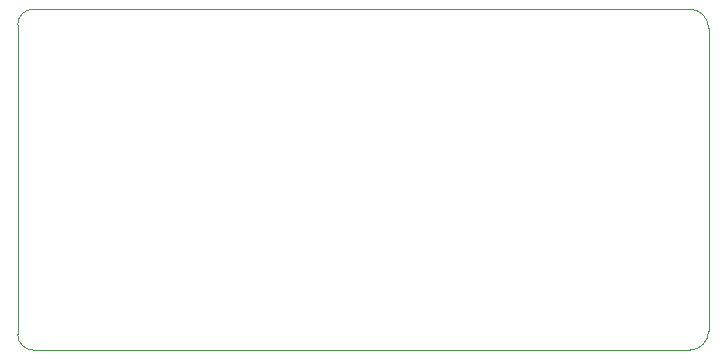
<source format=gm1>
G04 #@! TF.GenerationSoftware,KiCad,Pcbnew,8.0.1*
G04 #@! TF.CreationDate,2024-03-31T17:14:50+03:00*
G04 #@! TF.ProjectId,Master board,4d617374-6572-4206-926f-6172642e6b69,rev?*
G04 #@! TF.SameCoordinates,Original*
G04 #@! TF.FileFunction,Profile,NP*
%FSLAX46Y46*%
G04 Gerber Fmt 4.6, Leading zero omitted, Abs format (unit mm)*
G04 Created by KiCad (PCBNEW 8.0.1) date 2024-03-31 17:14:50*
%MOMM*%
%LPD*%
G01*
G04 APERTURE LIST*
G04 #@! TA.AperFunction,Profile*
%ADD10C,0.050000*%
G04 #@! TD*
G04 APERTURE END LIST*
D10*
X165399000Y-67807000D02*
X165399000Y-93467000D01*
X106899000Y-93727000D02*
X106899000Y-67547000D01*
X108249000Y-95077000D02*
G75*
G02*
X106899000Y-93727000I0J1350000D01*
G01*
X163789000Y-66197000D02*
X108249000Y-66197000D01*
X163789000Y-95077000D02*
X108249000Y-95077000D01*
X165399000Y-93467000D02*
G75*
G02*
X163789000Y-95077000I-1610000J0D01*
G01*
X163789000Y-66197000D02*
G75*
G02*
X165399000Y-67807000I0J-1610000D01*
G01*
X106899000Y-67547000D02*
G75*
G02*
X108249000Y-66197000I1350000J0D01*
G01*
M02*

</source>
